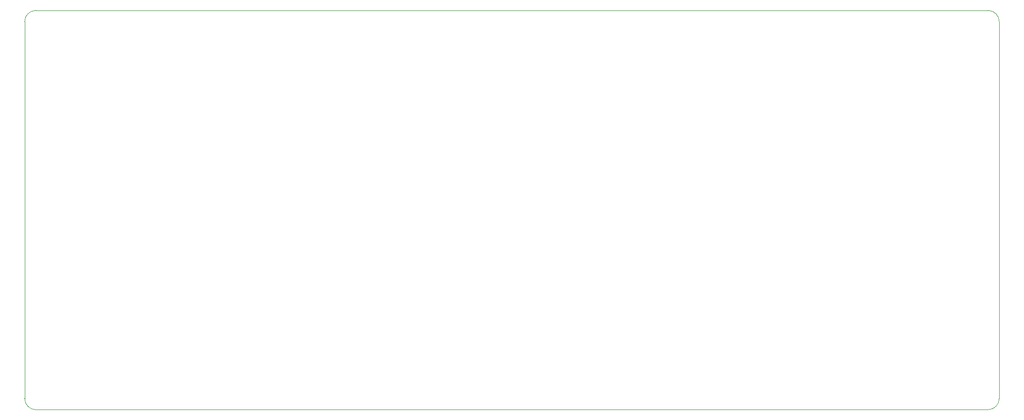
<source format=gbr>
%TF.GenerationSoftware,KiCad,Pcbnew,(6.0.4-0)*%
%TF.CreationDate,2023-01-08T13:34:09-06:00*%
%TF.ProjectId,babbit_bottom,62616262-6974-45f6-926f-74746f6d2e6b,rev?*%
%TF.SameCoordinates,Original*%
%TF.FileFunction,Profile,NP*%
%FSLAX46Y46*%
G04 Gerber Fmt 4.6, Leading zero omitted, Abs format (unit mm)*
G04 Created by KiCad (PCBNEW (6.0.4-0)) date 2023-01-08 13:34:09*
%MOMM*%
%LPD*%
G01*
G04 APERTURE LIST*
%TA.AperFunction,Profile*%
%ADD10C,0.100000*%
%TD*%
G04 APERTURE END LIST*
D10*
X53500000Y-107500000D02*
G75*
G03*
X55500000Y-109500000I2000000J0D01*
G01*
X55500000Y-38500000D02*
G75*
G03*
X53500000Y-40500000I0J-2000000D01*
G01*
X226500000Y-40500000D02*
G75*
G03*
X224500000Y-38500000I-2000000J0D01*
G01*
X224500000Y-109500000D02*
G75*
G03*
X226500000Y-107500000I0J2000000D01*
G01*
X226500000Y-40500000D02*
X226500000Y-107500000D01*
X55500000Y-38500000D02*
X224500000Y-38500000D01*
X53500000Y-107500000D02*
X53500000Y-40500000D01*
X224500000Y-109500000D02*
X55500000Y-109500000D01*
M02*

</source>
